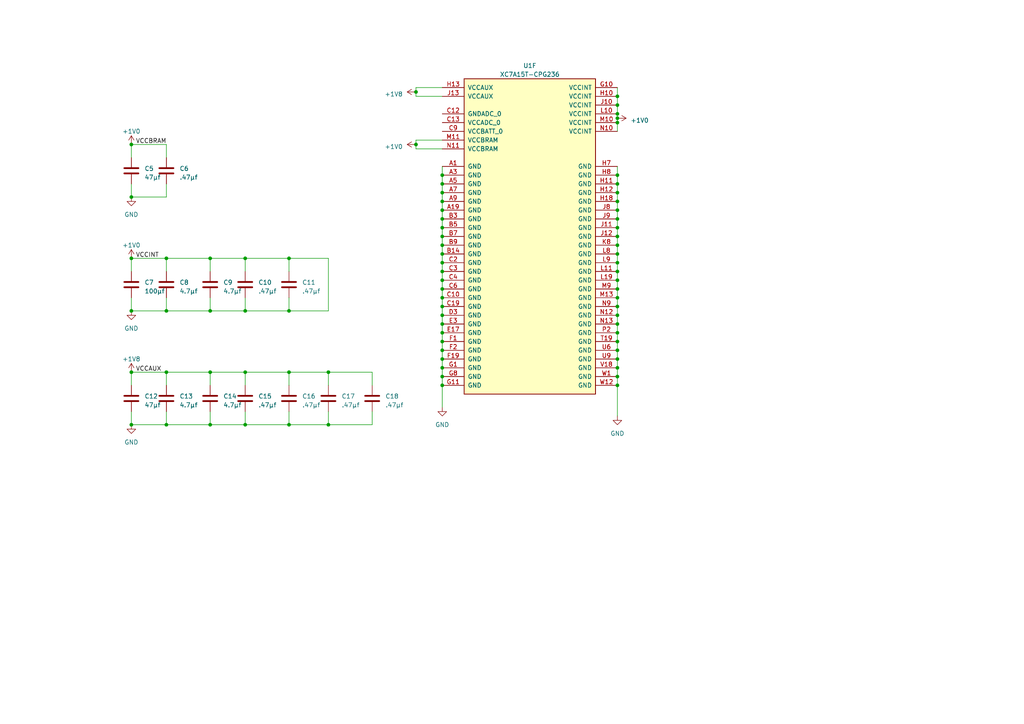
<source format=kicad_sch>
(kicad_sch (version 20230121) (generator eeschema)
  (paper "A4")
  (lib_symbols
    (symbol "Device:C" (pin_numbers hide) (pin_names (offset 0.254))
      (property "Reference" "C" (at 0.635 2.54 0))
      (property "Value" "C" (at 0.635 -2.54 0))
      (symbol "C_0_1"
        (polyline (pts (xy -2.032 -0.762) (xy 2.032 -0.762)) (stroke (width 0.508)))
        (polyline (pts (xy -2.032 0.762) (xy 2.032 0.762)) (stroke (width 0.508)))
      )
      (symbol "C_1_1"
        (pin passive line (at 0 3.81 270) (length 2.794) (name "~") (number "1"))
        (pin passive line (at 0 -3.81 90) (length 2.794) (name "~") (number "2"))
      )
    )
    (symbol "FPGA_Xilinx_Artix7:XC7A15T-CPG236" (pin_names (offset 1.016))
      (property "Reference" "U" (at 0 1.27 0))
      (property "Value" "XC7A15T-CPG236" (at 0 -1.27 0))
      (symbol "XC7A15T-CPG236_1_1"
        (rectangle (start -44.45 67.31) (end 44.45 -73.66) (stroke (width 0.254)) (fill (type background)))
        (pin bidirectional line (at 50.8 53.34 180) (length 6.35) (name "IO_L6P_T0_16") (number "A14"))
        (pin bidirectional line (at 50.8 50.8 180) (length 6.35) (name "IO_L6N_T0_VREF_16") (number "A15"))
        (pin bidirectional line (at 50.8 43.18 180) (length 6.35) (name "IO_L12P_T1_MRCC_16") (number "A16"))
        (pin bidirectional line (at 50.8 40.64 180) (length 6.35) (name "IO_L12N_T1_MRCC_16") (number "A17"))
        (pin bidirectional line (at 50.8 25.4 180) (length 6.35) (name "IO_L19N_T3_VREF_16") (number "A18"))
        (pin bidirectional line (at 50.8 45.72 180) (length 6.35) (name "IO_L11N_T1_SRCC_16") (number "B15"))
        (pin bidirectional line (at 50.8 35.56 180) (length 6.35) (name "IO_L13N_T2_MRCC_16") (number "B16"))
        (pin bidirectional line (at 50.8 30.48 180) (length 6.35) (name "IO_L14N_T2_SRCC_16") (number "B17"))
        (pin bidirectional line (at 50.8 27.94 180) (length 6.35) (name "IO_L19P_T3_16") (number "B18"))
        (pin power_in line (at 33.02 73.66 270) (length 6.35) (name "VCCO_16") (number "B19"))
        (pin power_in line (at 35.56 73.66 270) (length 6.35) (name "VCCO_16") (number "C14"))
        (pin bidirectional line (at 50.8 48.26 180) (length 6.35) (name "IO_L11P_T1_SRCC_16") (number "C15"))
        (pin bidirectional line (at 50.8 38.1 180) (length 6.35) (name "IO_L13P_T2_MRCC_16") (number "C16"))
        (pin bidirectional line (at 50.8 33.02 180) (length 6.35) (name "IO_L14P_T2_SRCC_16") (number "C17"))
        (pin power_in line (at 38.1 73.66 270) (length 6.35) (name "VCCO_16") (number "C18"))
        (pin bidirectional line (at -50.8 53.34 0) (length 6.35) (name "IO_0_14") (number "D17"))
        (pin bidirectional line (at -50.8 50.8 0) (length 6.35) (name "IO_L1P_T0_D00_MOSI_14") (number "D18"))
        (pin bidirectional line (at -50.8 48.26 0) (length 6.35) (name "IO_L1N_T0_D01_DIN_14") (number "D19"))
        (pin bidirectional line (at -50.8 40.64 0) (length 6.35) (name "IO_L3P_T0_DQS_PUDC_B_14") (number "E18"))
        (pin bidirectional line (at -50.8 38.1 0) (length 6.35) (name "IO_L3N_T0_DQS_EMCCLK_14") (number "E19"))
        (pin power_in line (at -40.64 73.66 270) (length 6.35) (name "VCCO_14") (number "F17"))
        (pin bidirectional line (at -50.8 43.18 0) (length 6.35) (name "IO_L2N_T0_D03_14") (number "F18"))
        (pin power_in line (at 40.64 73.66 270) (length 6.35) (name "VCCO_16") (number "G13"))
        (pin bidirectional line (at -50.8 27.94 0) (length 6.35) (name "IO_L5N_T0_D07_14") (number "G17"))
        (pin bidirectional line (at -50.8 45.72 0) (length 6.35) (name "IO_L2P_T0_D02_14") (number "G18"))
        (pin bidirectional line (at -50.8 33.02 0) (length 6.35) (name "IO_L4N_T0_D05_14") (number "G19"))
        (pin bidirectional line (at -50.8 30.48 0) (length 6.35) (name "IO_L5P_T0_D06_14") (number "H17"))
        (pin bidirectional line (at -50.8 35.56 0) (length 6.35) (name "IO_L4P_T0_D04_14") (number "H19"))
        (pin bidirectional line (at -50.8 20.32 0) (length 6.35) (name "IO_L7P_T1_D09_14") (number "J17"))
        (pin bidirectional line (at -50.8 17.78 0) (length 6.35) (name "IO_L7N_T1_D10_14") (number "J18"))
        (pin bidirectional line (at -50.8 22.86 0) (length 6.35) (name "IO_L6N_T0_D08_VREF_14") (number "J19"))
        (pin power_in line (at -38.1 73.66 270) (length 6.35) (name "VCCO_14") (number "K12"))
        (pin power_in line (at -35.56 73.66 270) (length 6.35) (name "VCCO_14") (number "K13"))
        (pin bidirectional line (at -50.8 -7.62 0) (length 6.35) (name "IO_L12N_T1_MRCC_14") (number "K17"))
        (pin bidirectional line (at -50.8 12.7 0) (length 6.35) (name "IO_L8N_T1_D12_14") (number "K18"))
        (pin bidirectional line (at -50.8 25.4 0) (length 6.35) (name "IO_L6P_T0_FCS_B_14") (number "K19"))
        (pin power_in line (at -33.02 73.66 270) (length 6.35) (name "VCCO_14") (number "L12"))
        (pin power_in line (at -30.48 73.66 270) (length 6.35) (name "VCCO_14") (number "L13"))
        (pin bidirectional line (at -50.8 -5.08 0) (length 6.35) (name "IO_L12P_T1_MRCC_14") (number "L17"))
        (pin bidirectional line (at -50.8 15.24 0) (length 6.35) (name "IO_L8P_T1_D11_14") (number "L18"))
        (pin power_in line (at -27.94 73.66 270) (length 6.35) (name "VCCO_14") (number "M12"))
        (pin power_in line (at -25.4 73.66 270) (length 6.35) (name "VCCO_14") (number "M17"))
        (pin bidirectional line (at -50.8 0 0) (length 6.35) (name "IO_L11P_T1_SRCC_14") (number "M18"))
        (pin bidirectional line (at -50.8 -2.54 0) (length 6.35) (name "IO_L11N_T1_SRCC_14") (number "M19"))
        (pin bidirectional line (at -50.8 -10.16 0) (length 6.35) (name "IO_L13P_T2_MRCC_14") (number "N17"))
        (pin bidirectional line (at -50.8 10.16 0) (length 6.35) (name "IO_L9P_T1_DQS_14") (number "N18"))
        (pin bidirectional line (at -50.8 7.62 0) (length 6.35) (name "IO_L9N_T1_DQS_D13_14") (number "N19"))
        (pin bidirectional line (at -50.8 -12.7 0) (length 6.35) (name "IO_L13N_T2_MRCC_14") (number "P17"))
        (pin bidirectional line (at -50.8 -15.24 0) (length 6.35) (name "IO_L14P_T2_SRCC_14") (number "P18"))
        (pin bidirectional line (at -50.8 5.08 0) (length 6.35) (name "IO_L10P_T1_D14_14") (number "P19"))
        (pin power_in line (at -22.86 73.66 270) (length 6.35) (name "VCCO_14") (number "R17"))
        (pin bidirectional line (at -50.8 -17.78 0) (length 6.35) (name "IO_L14N_T2_SRCC_14") (number "R18"))
        (pin bidirectional line (at -50.8 2.54 0) (length 6.35) (name "IO_L10N_T1_D15_14") (number "R19"))
        (pin bidirectional line (at -50.8 -30.48 0) (length 6.35) (name "IO_L17P_T2_A14_D30_14") (number "T17"))
        (pin bidirectional line (at -50.8 -33.02 0) (length 6.35) (name "IO_L17N_T2_A13_D29_14") (number "T18"))
        (pin power_in line (at -20.32 73.66 270) (length 6.35) (name "VCCO_14") (number "U13"))
        (pin bidirectional line (at -50.8 -71.12 0) (length 6.35) (name "IO_25_14") (number "U14"))
        (pin bidirectional line (at -50.8 -60.96 0) (length 6.35) (name "IO_L23P_T3_A03_D19_14") (number "U15"))
        (pin bidirectional line (at -50.8 -63.5 0) (length 6.35) (name "IO_L23N_T3_A02_D18_14") (number "U16"))
        (pin bidirectional line (at -50.8 -35.56 0) (length 6.35) (name "IO_L18P_T2_A12_D28_14") (number "U17"))
        (pin bidirectional line (at -50.8 -38.1 0) (length 6.35) (name "IO_L18N_T2_A11_D27_14") (number "U18"))
        (pin bidirectional line (at -50.8 -20.32 0) (length 6.35) (name "IO_L15P_T2_DQS_RDWR_B_14") (number "U19"))
        (pin bidirectional line (at -50.8 -66.04 0) (length 6.35) (name "IO_L24P_T3_A01_D17_14") (number "V13"))
        (pin bidirectional line (at -50.8 -68.58 0) (length 6.35) (name "IO_L24N_T3_A00_D16_14") (number "V14"))
        (pin bidirectional line (at -50.8 -50.8 0) (length 6.35) (name "IO_L21P_T3_DQS_14") (number "V15"))
        (pin bidirectional line (at -50.8 -40.64 0) (length 6.35) (name "IO_L19P_T3_A10_D26_14") (number "V16"))
        (pin bidirectional line (at -50.8 -43.18 0) (length 6.35) (name "IO_L19N_T3_A09_D25_VREF_14") (number "V17"))
        (pin bidirectional line (at -50.8 -22.86 0) (length 6.35) (name "IO_L15N_T2_DQS_DOUT_CSO_B_14") (number "V19"))
        (pin bidirectional line (at -50.8 -55.88 0) (length 6.35) (name "IO_L22P_T3_A05_D21_14") (number "W13"))
        (pin bidirectional line (at -50.8 -58.42 0) (length 6.35) (name "IO_L22N_T3_A04_D20_14") (number "W14"))
        (pin bidirectional line (at -50.8 -53.34 0) (length 6.35) (name "IO_L21N_T3_DQS_A06_D22_14") (number "W15"))
        (pin bidirectional line (at -50.8 -45.72 0) (length 6.35) (name "IO_L20P_T3_A08_D24_14") (number "W16"))
        (pin bidirectional line (at -50.8 -48.26 0) (length 6.35) (name "IO_L20N_T3_A07_D23_14") (number "W17"))
        (pin bidirectional line (at -50.8 -25.4 0) (length 6.35) (name "IO_L16P_T2_CSI_B_14") (number "W18"))
        (pin bidirectional line (at -50.8 -27.94 0) (length 6.35) (name "IO_L16N_T2_A15_D31_14") (number "W19"))
      )
      (symbol "XC7A15T-CPG236_2_1"
        (rectangle (start -44.45 34.29) (end 44.45 -40.64) (stroke (width 0.254)) (fill (type background)))
        (pin bidirectional line (at 50.8 17.78 180) (length 6.35) (name "IO_L1N_T0_AD4N_35") (number "G2"))
        (pin bidirectional line (at 50.8 20.32 180) (length 6.35) (name "IO_L1P_T0_AD4P_35") (number "G3"))
        (pin bidirectional line (at 50.8 10.16 180) (length 6.35) (name "IO_L3P_T0_DQS_AD5P_35") (number "H1"))
        (pin bidirectional line (at 50.8 15.24 180) (length 6.35) (name "IO_L2P_T0_AD12P_35") (number "H2"))
        (pin power_in line (at 27.94 40.64 270) (length 6.35) (name "VCCO_35") (number "H3"))
        (pin bidirectional line (at 50.8 7.62 180) (length 6.35) (name "IO_L3N_T0_DQS_AD5N_35") (number "J1"))
        (pin bidirectional line (at 50.8 12.7 180) (length 6.35) (name "IO_L2N_T0_AD12N_35") (number "J2"))
        (pin bidirectional line (at 50.8 -2.54 180) (length 6.35) (name "IO_L7P_T1_AD6P_35") (number "J3"))
        (pin power_in line (at 30.48 40.64 270) (length 6.35) (name "VCCO_35") (number "J7"))
        (pin power_in line (at 33.02 40.64 270) (length 6.35) (name "VCCO_35") (number "K1"))
        (pin bidirectional line (at 50.8 5.08 180) (length 6.35) (name "IO_L5P_T0_AD13P_35") (number "K2"))
        (pin bidirectional line (at 50.8 -5.08 180) (length 6.35) (name "IO_L7N_T1_AD6N_35") (number "K3"))
        (pin power_in line (at 35.56 40.64 270) (length 6.35) (name "VCCO_35") (number "K7"))
        (pin bidirectional line (at 50.8 0 180) (length 6.35) (name "IO_L6N_T0_VREF_35") (number "L1"))
        (pin bidirectional line (at 50.8 2.54 180) (length 6.35) (name "IO_L5N_T0_AD13N_35") (number "L2"))
        (pin bidirectional line (at 50.8 -7.62 180) (length 6.35) (name "IO_L8P_T1_AD14P_35") (number "L3"))
        (pin power_in line (at 38.1 40.64 270) (length 6.35) (name "VCCO_35") (number "L7"))
        (pin bidirectional line (at 50.8 -15.24 180) (length 6.35) (name "IO_L9N_T1_DQS_AD7N_35") (number "M1"))
        (pin bidirectional line (at 50.8 -12.7 180) (length 6.35) (name "IO_L9P_T1_DQS_AD7P_35") (number "M2"))
        (pin bidirectional line (at 50.8 -10.16 180) (length 6.35) (name "IO_L8N_T1_AD14N_35") (number "M3"))
        (pin power_in line (at 40.64 40.64 270) (length 6.35) (name "VCCO_35") (number "M7"))
        (pin power_in line (at -40.64 40.64 270) (length 6.35) (name "VCCO_34") (number "M8"))
        (pin bidirectional line (at 50.8 -20.32 180) (length 6.35) (name "IO_L10N_T1_AD15N_35") (number "N1"))
        (pin bidirectional line (at 50.8 -17.78 180) (length 6.35) (name "IO_L10P_T1_AD15P_35") (number "N2"))
        (pin bidirectional line (at 50.8 -22.86 180) (length 6.35) (name "IO_L12P_T1_MRCC_35") (number "N3"))
        (pin power_in line (at -38.1 40.64 270) (length 6.35) (name "VCCO_34") (number "N7"))
        (pin power_in line (at -35.56 40.64 270) (length 6.35) (name "VCCO_34") (number "N8"))
        (pin bidirectional line (at 50.8 -27.94 180) (length 6.35) (name "IO_L19N_T3_VREF_35") (number "P1"))
        (pin bidirectional line (at 50.8 -25.4 180) (length 6.35) (name "IO_L12N_T1_MRCC_35") (number "P3"))
        (pin power_in line (at -33.02 40.64 270) (length 6.35) (name "VCCO_34") (number "R1"))
        (pin bidirectional line (at -50.8 20.32 0) (length 6.35) (name "IO_L1P_T0_34") (number "R2"))
        (pin bidirectional line (at -50.8 15.24 0) (length 6.35) (name "IO_L2P_T0_34") (number "R3"))
        (pin bidirectional line (at -50.8 10.16 0) (length 6.35) (name "IO_L3P_T0_DQS_34") (number "T1"))
        (pin bidirectional line (at -50.8 17.78 0) (length 6.35) (name "IO_L1N_T0_34") (number "T2"))
        (pin bidirectional line (at -50.8 12.7 0) (length 6.35) (name "IO_L2N_T0_34") (number "T3"))
        (pin bidirectional line (at -50.8 7.62 0) (length 6.35) (name "IO_L3N_T0_DQS_34") (number "U1"))
        (pin bidirectional line (at -50.8 -7.62 0) (length 6.35) (name "IO_L9N_T1_DQS_34") (number "U2"))
        (pin bidirectional line (at -50.8 -5.08 0) (length 6.35) (name "IO_L9P_T1_DQS_34") (number "U3"))
        (pin bidirectional line (at -50.8 -10.16 0) (length 6.35) (name "IO_L11P_T1_SRCC_34") (number "U4"))
        (pin bidirectional line (at -50.8 -30.48 0) (length 6.35) (name "IO_L16P_T2_34") (number "U5"))
        (pin bidirectional line (at -50.8 -35.56 0) (length 6.35) (name "IO_L19P_T3_34") (number "U7"))
        (pin bidirectional line (at -50.8 -25.4 0) (length 6.35) (name "IO_L14P_T2_SRCC_34") (number "U8"))
        (pin power_in line (at -30.48 40.64 270) (length 6.35) (name "VCCO_34") (number "V1"))
        (pin bidirectional line (at -50.8 5.08 0) (length 6.35) (name "IO_L5P_T0_34") (number "V2"))
        (pin bidirectional line (at -50.8 0 0) (length 6.35) (name "IO_L6P_T0_34") (number "V3"))
        (pin bidirectional line (at -50.8 -12.7 0) (length 6.35) (name "IO_L11N_T1_SRCC_34") (number "V4"))
        (pin bidirectional line (at -50.8 -33.02 0) (length 6.35) (name "IO_L16N_T2_34") (number "V5"))
        (pin power_in line (at -27.94 40.64 270) (length 6.35) (name "VCCO_34") (number "V6"))
        (pin bidirectional line (at -50.8 -38.1 0) (length 6.35) (name "IO_L19N_T3_VREF_34") (number "V7"))
        (pin bidirectional line (at -50.8 -27.94 0) (length 6.35) (name "IO_L14N_T2_SRCC_34") (number "V8"))
        (pin bidirectional line (at -50.8 2.54 0) (length 6.35) (name "IO_L5N_T0_34") (number "W2"))
        (pin bidirectional line (at -50.8 -2.54 0) (length 6.35) (name "IO_L6N_T0_VREF_34") (number "W3"))
        (pin bidirectional line (at -50.8 -17.78 0) (length 6.35) (name "IO_L12N_T1_MRCC_34") (number "W4"))
        (pin bidirectional line (at -50.8 -15.24 0) (length 6.35) (name "IO_L12P_T1_MRCC_34") (number "W5"))
        (pin bidirectional line (at -50.8 -22.86 0) (length 6.35) (name "IO_L13N_T2_MRCC_34") (number "W6"))
        (pin bidirectional line (at -50.8 -20.32 0) (length 6.35) (name "IO_L13P_T2_MRCC_34") (number "W7"))
      )
      (symbol "XC7A15T-CPG236_3_1"
        (rectangle (start -31.75 20.32) (end 31.75 -20.32) (stroke (width 0.254)) (fill (type background)))
        (pin bidirectional line (at -38.1 -15.24 0) (length 6.35) (name "MGTREFCLK1N_216") (number "A10"))
        (pin bidirectional line (at -38.1 10.16 0) (length 6.35) (name "MGTPTXN1_216") (number "A2"))
        (pin bidirectional line (at -38.1 2.54 0) (length 6.35) (name "MGTPRXN0_216") (number "A4"))
        (pin bidirectional line (at -38.1 -2.54 0) (length 6.35) (name "MGTPRXN1_216") (number "A6"))
        (pin bidirectional line (at -38.1 -10.16 0) (length 6.35) (name "MGTREFCLK0N_216") (number "A8"))
        (pin bidirectional line (at -38.1 -12.7 0) (length 6.35) (name "MGTREFCLK1P_216") (number "B10"))
        (pin bidirectional line (at -38.1 12.7 0) (length 6.35) (name "MGTPTXP1_216") (number "B2"))
        (pin bidirectional line (at -38.1 5.08 0) (length 6.35) (name "MGTPRXP0_216") (number "B4"))
        (pin bidirectional line (at -38.1 0 0) (length 6.35) (name "MGTPRXP1_216") (number "B6"))
        (pin bidirectional line (at -38.1 -7.62 0) (length 6.35) (name "MGTREFCLK0P_216") (number "B8"))
        (pin bidirectional line (at -38.1 15.24 0) (length 6.35) (name "MGTPTXN0_216") (number "D1"))
        (pin bidirectional line (at -38.1 17.78 0) (length 6.35) (name "MGTPTXP0_216") (number "D2"))
      )
      (symbol "XC7A15T-CPG236_4_1"
        (rectangle (start -31.75 10.16) (end 31.75 -10.16) (stroke (width 0.254)) (fill (type background)))
        (pin power_in line (at 38.1 7.62 180) (length 6.35) (name "MGTAVTT") (number "B1"))
        (pin power_in line (at -38.1 7.62 0) (length 6.35) (name "MGTAVCC") (number "C1"))
        (pin power_in line (at 38.1 5.08 180) (length 6.35) (name "MGTAVTT") (number "C5"))
        (pin power_in line (at 38.1 -5.08 180) (length 6.35) (name "MGTRREF_216") (number "C7"))
        (pin power_in line (at -38.1 5.08 0) (length 6.35) (name "MGTAVCC") (number "E1"))
        (pin power_in line (at 38.1 2.54 180) (length 6.35) (name "MGTAVTT") (number "E2"))
        (pin power_in line (at -38.1 2.54 0) (length 6.35) (name "MGTAVCC") (number "F3"))
        (pin power_in line (at 38.1 0 180) (length 6.35) (name "MGTAVTT") (number "G7"))
        (pin power_in line (at -38.1 0 0) (length 6.35) (name "MGTAVCC") (number "G9"))
        (pin power_in line (at -38.1 -2.54 0) (length 6.35) (name "MGTAVCC") (number "H9"))
      )
      (symbol "XC7A15T-CPG236_5_1"
        (rectangle (start -31.75 34.29) (end 31.75 -40.64) (stroke (width 0.254)) (fill (type background)))
        (pin bidirectional line (at 38.1 -35.56 180) (length 6.35) (name "DXP_0") (number "A11"))
        (pin bidirectional line (at 38.1 -20.32 180) (length 6.35) (name "VP_0") (number "A12"))
        (pin bidirectional line (at 38.1 -30.48 180) (length 6.35) (name "VREFN_0") (number "A13"))
        (pin bidirectional line (at 38.1 -38.1 180) (length 6.35) (name "DXN_0") (number "B11"))
        (pin bidirectional line (at 38.1 -27.94 180) (length 6.35) (name "VREFP_0") (number "B12"))
        (pin bidirectional line (at 38.1 -22.86 180) (length 6.35) (name "VN_0") (number "B13"))
        (pin bidirectional line (at 38.1 7.62 180) (length 6.35) (name "CCLK_0") (number "C11"))
        (pin bidirectional line (at 38.1 12.7 180) (length 6.35) (name "TCK_0") (number "C8"))
        (pin power_in line (at 25.4 40.64 270) (length 6.35) (name "VCCO_0") (number "G12"))
        (pin bidirectional line (at 38.1 0 180) (length 6.35) (name "M2_0") (number "U10"))
        (pin bidirectional line (at 38.1 -7.62 180) (length 6.35) (name "INIT_B_0") (number "U11"))
        (pin bidirectional line (at 38.1 -5.08 180) (length 6.35) (name "DONE_0") (number "U12"))
        (pin bidirectional line (at 38.1 -10.16 180) (length 6.35) (name "PROGRAM_B_0") (number "V10"))
        (pin bidirectional line (at 38.1 -15.24 180) (length 6.35) (name "CFGBVS_0") (number "V11"))
        (pin bidirectional line (at 38.1 5.08 180) (length 6.35) (name "M0_0") (number "V12"))
        (pin power_in line (at 27.94 40.64 270) (length 6.35) (name "VCCO_0") (number "V9"))
        (pin bidirectional line (at 38.1 20.32 180) (length 6.35) (name "TDI_0") (number "W10"))
        (pin bidirectional line (at 38.1 2.54 180) (length 6.35) (name "M1_0") (number "W11"))
        (pin bidirectional line (at 38.1 17.78 180) (length 6.35) (name "TDO_0") (number "W8"))
        (pin bidirectional line (at 38.1 15.24 180) (length 6.35) (name "TMS_0") (number "W9"))
      )
      (symbol "XC7A15T-CPG236_6_1"
        (rectangle (start -19.05 45.72) (end 19.05 -45.72) (stroke (width 0.254)) (fill (type background)))
        (pin power_in line (at -25.4 20.32 0) (length 6.35) (name "GND") (number "A1"))
        (pin power_in line (at -25.4 7.62 0) (length 6.35) (name "GND") (number "A19"))
        (pin power_in line (at -25.4 17.78 0) (length 6.35) (name "GND") (number "A3"))
        (pin power_in line (at -25.4 15.24 0) (length 6.35) (name "GND") (number "A5"))
        (pin power_in line (at -25.4 12.7 0) (length 6.35) (name "GND") (number "A7"))
        (pin power_in line (at -25.4 10.16 0) (length 6.35) (name "GND") (number "A9"))
        (pin power_in line (at -25.4 -5.08 0) (length 6.35) (name "GND") (number "B14"))
        (pin power_in line (at -25.4 5.08 0) (length 6.35) (name "GND") (number "B3"))
        (pin power_in line (at -25.4 2.54 0) (length 6.35) (name "GND") (number "B5"))
        (pin power_in line (at -25.4 0 0) (length 6.35) (name "GND") (number "B7"))
        (pin power_in line (at -25.4 -2.54 0) (length 6.35) (name "GND") (number "B9"))
        (pin power_in line (at -25.4 -17.78 0) (length 6.35) (name "GND") (number "C10"))
        (pin power_in line (at -25.4 35.56 0) (length 6.35) (name "GNDADC_0") (number "C12"))
        (pin power_in line (at -25.4 33.02 0) (length 6.35) (name "VCCADC_0") (number "C13"))
        (pin power_in line (at -25.4 -20.32 0) (length 6.35) (name "GND") (number "C19"))
        (pin power_in line (at -25.4 -7.62 0) (length 6.35) (name "GND") (number "C2"))
        (pin power_in line (at -25.4 -10.16 0) (length 6.35) (name "GND") (number "C3"))
        (pin power_in line (at -25.4 -12.7 0) (length 6.35) (name "GND") (number "C4"))
        (pin power_in line (at -25.4 -15.24 0) (length 6.35) (name "GND") (number "C6"))
        (pin power_in line (at -25.4 30.48 0) (length 6.35) (name "VCCBATT_0") (number "C9"))
        (pin power_in line (at -25.4 -22.86 0) (length 6.35) (name "GND") (number "D3"))
        (pin power_in line (at -25.4 -27.94 0) (length 6.35) (name "GND") (number "E17"))
        (pin power_in line (at -25.4 -25.4 0) (length 6.35) (name "GND") (number "E3"))
        (pin power_in line (at -25.4 -30.48 0) (length 6.35) (name "GND") (number "F1"))
        (pin power_in line (at -25.4 -35.56 0) (length 6.35) (name "GND") (number "F19"))
        (pin power_in line (at -25.4 -33.02 0) (length 6.35) (name "GND") (number "F2"))
        (pin power_in line (at -25.4 -38.1 0) (length 6.35) (name "GND") (number "G1"))
        (pin power_in line (at 25.4 43.18 180) (length 6.35) (name "VCCINT") (number "G10"))
        (pin power_in line (at -25.4 -43.18 0) (length 6.35) (name "GND") (number "G11"))
        (pin power_in line (at -25.4 -40.64 0) (length 6.35) (name "GND") (number "G8"))
        (pin power_in line (at 25.4 40.64 180) (length 6.35) (name "VCCINT") (number "H10"))
        (pin power_in line (at 25.4 15.24 180) (length 6.35) (name "GND") (number "H11"))
        (pin power_in line (at 25.4 12.7 180) (length 6.35) (name "GND") (number "H12"))
        (pin power_in line (at -25.4 43.18 0) (length 6.35) (name "VCCAUX") (number "H13"))
        (pin power_in line (at 25.4 10.16 180) (length 6.35) (name "GND") (number "H18"))
        (pin power_in line (at 25.4 20.32 180) (length 6.35) (name "GND") (number "H7"))
        (pin power_in line (at 25.4 17.78 180) (length 6.35) (name "GND") (number "H8"))
        (pin power_in line (at 25.4 38.1 180) (length 6.35) (name "VCCINT") (number "J10"))
        (pin power_in line (at 25.4 2.54 180) (length 6.35) (name "GND") (number "J11"))
        (pin power_in line (at 25.4 0 180) (length 6.35) (name "GND") (number "J12"))
        (pin power_in line (at -25.4 40.64 0) (length 6.35) (name "VCCAUX") (number "J13"))
        (pin power_in line (at 25.4 7.62 180) (length 6.35) (name "GND") (number "J8"))
        (pin power_in line (at 25.4 5.08 180) (length 6.35) (name "GND") (number "J9"))
        (pin power_in line (at 25.4 -2.54 180) (length 6.35) (name "GND") (number "K8"))
        (pin power_in line (at 25.4 35.56 180) (length 6.35) (name "VCCINT") (number "L10"))
        (pin power_in line (at 25.4 -10.16 180) (length 6.35) (name "GND") (number "L11"))
        (pin power_in line (at 25.4 -12.7 180) (length 6.35) (name "GND") (number "L19"))
        (pin power_in line (at 25.4 -5.08 180) (length 6.35) (name "GND") (number "L8"))
        (pin power_in line (at 25.4 -7.62 180) (length 6.35) (name "GND") (number "L9"))
        (pin power_in line (at 25.4 33.02 180) (length 6.35) (name "VCCINT") (number "M10"))
        (pin power_in line (at -25.4 27.94 0) (length 6.35) (name "VCCBRAM") (number "M11"))
        (pin power_in line (at 25.4 -17.78 180) (length 6.35) (name "GND") (number "M13"))
        (pin power_in line (at 25.4 -15.24 180) (length 6.35) (name "GND") (number "M9"))
        (pin power_in line (at 25.4 30.48 180) (length 6.35) (name "VCCINT") (number "N10"))
        (pin power_in line (at -25.4 25.4 0) (length 6.35) (name "VCCBRAM") (number "N11"))
        (pin power_in line (at 25.4 -22.86 180) (length 6.35) (name "GND") (number "N12"))
        (pin power_in line (at 25.4 -25.4 180) (length 6.35) (name "GND") (number "N13"))
        (pin power_in line (at 25.4 -20.32 180) (length 6.35) (name "GND") (number "N9"))
        (pin power_in line (at 25.4 -27.94 180) (length 6.35) (name "GND") (number "P2"))
        (pin power_in line (at 25.4 -30.48 180) (length 6.35) (name "GND") (number "T19"))
        (pin power_in line (at 25.4 -33.02 180) (length 6.35) (name "GND") (number "U6"))
        (pin power_in line (at 25.4 -35.56 180) (length 6.35) (name "GND") (number "U9"))
        (pin power_in line (at 25.4 -38.1 180) (length 6.35) (name "GND") (number "V18"))
        (pin power_in line (at 25.4 -40.64 180) (length 6.35) (name "GND") (number "W1"))
        (pin power_in line (at 25.4 -43.18 180) (length 6.35) (name "GND") (number "W12"))
      )
    )
    (symbol "power:+1V0" (power) (pin_names (offset 0))
      (property "Value" "+1V0" (at 0 3.556 0))
      (symbol "+1V0_0_1"
        (polyline (pts (xy -0.762 1.27) (xy 0 2.54)))
        (polyline (pts (xy 0 0) (xy 0 2.54)))
        (polyline (pts (xy 0 2.54) (xy 0.762 1.27)))
      )
      (symbol "+1V0_1_1"
        (pin power_in line (at 0 0 90) (length 0) hide (name "+1V0") (number "1"))
      )
    )
    (symbol "power:+1V8" (power) (pin_names (offset 0))
      (property "Value" "+1V8" (at 0 3.556 0))
      (symbol "+1V8_0_1"
        (polyline (pts (xy -0.762 1.27) (xy 0 2.54)))
        (polyline (pts (xy 0 0) (xy 0 2.54)))
        (polyline (pts (xy 0 2.54) (xy 0.762 1.27)))
      )
      (symbol "+1V8_1_1"
        (pin power_in line (at 0 0 90) (length 0) hide (name "+1V8") (number "1"))
      )
    )
    (symbol "power:GND" (power) (pin_names (offset 0))
      (property "Value" "GND" (at 0 -3.81 0))
      (symbol "GND_0_1"
        (polyline (pts (xy 0 0) (xy 0 -1.27) (xy 1.27 -1.27) (xy 0 -2.54) (xy -1.27 -1.27) (xy 0 -1.27)))
      )
      (symbol "GND_1_1"
        (pin power_in line (at 0 0 270) (length 0) hide (name "GND") (number "1"))
      )
    )
  )
  (junction (at 60.96 107.95))
  (junction (at 179.07 111.76))
  (junction (at 38.1 90.17))
  (junction (at 83.82 74.93))
  (junction (at 179.07 99.06))
  (junction (at 38.1 123.19))
  (junction (at 179.07 35.56))
  (junction (at 179.07 58.42))
  (junction (at 128.27 109.22))
  (junction (at 83.82 90.17))
  (junction (at 179.07 78.74))
  (junction (at 128.27 53.34))
  (junction (at 83.82 107.95))
  (junction (at 48.26 107.95))
  (junction (at 179.07 53.34))
  (junction (at 179.07 27.94))
  (junction (at 179.07 71.12))
  (junction (at 179.07 96.52))
  (junction (at 128.27 68.58))
  (junction (at 71.12 74.93))
  (junction (at 179.07 91.44))
  (junction (at 128.27 83.82))
  (junction (at 38.1 107.95))
  (junction (at 179.07 83.82))
  (junction (at 128.27 96.52))
  (junction (at 48.26 90.17))
  (junction (at 128.27 50.8))
  (junction (at 38.1 57.15))
  (junction (at 38.1 41.91))
  (junction (at 179.07 109.22))
  (junction (at 128.27 99.06))
  (junction (at 38.1 74.93))
  (junction (at 179.07 101.6))
  (junction (at 128.27 101.6))
  (junction (at 128.27 58.42))
  (junction (at 83.82 123.19))
  (junction (at 128.27 106.68))
  (junction (at 60.96 123.19))
  (junction (at 128.27 104.14))
  (junction (at 120.65 26.67))
  (junction (at 179.07 63.5))
  (junction (at 128.27 63.5))
  (junction (at 179.07 86.36))
  (junction (at 179.07 30.48))
  (junction (at 48.26 123.19))
  (junction (at 179.07 68.58))
  (junction (at 48.26 74.93))
  (junction (at 128.27 71.12))
  (junction (at 128.27 81.28))
  (junction (at 128.27 66.04))
  (junction (at 128.27 91.44))
  (junction (at 128.27 73.66))
  (junction (at 128.27 76.2))
  (junction (at 179.07 104.14))
  (junction (at 95.25 123.19))
  (junction (at 128.27 88.9))
  (junction (at 179.07 66.04))
  (junction (at 179.07 73.66))
  (junction (at 179.07 33.02))
  (junction (at 95.25 107.95))
  (junction (at 120.65 41.91))
  (junction (at 179.07 88.9))
  (junction (at 179.07 76.2))
  (junction (at 71.12 123.19))
  (junction (at 128.27 55.88))
  (junction (at 179.07 50.8))
  (junction (at 71.12 90.17))
  (junction (at 179.07 93.98))
  (junction (at 128.27 111.76))
  (junction (at 179.07 81.28))
  (junction (at 179.07 106.68))
  (junction (at 179.07 34.29))
  (junction (at 71.12 107.95))
  (junction (at 128.27 86.36))
  (junction (at 179.07 55.88))
  (junction (at 128.27 78.74))
  (junction (at 128.27 60.96))
  (junction (at 60.96 90.17))
  (junction (at 179.07 60.96))
  (junction (at 128.27 93.98))
  (junction (at 60.96 74.93))
  (wire (pts (xy 38.1 78.74) (xy 38.1 74.93)))
  (wire (pts (xy 179.07 111.76) (xy 179.07 120.65)))
  (wire (pts (xy 107.95 107.95) (xy 95.25 107.95)))
  (wire (pts (xy 128.27 106.68) (xy 128.27 109.22)))
  (wire (pts (xy 128.27 73.66) (xy 128.27 76.2)))
  (wire (pts (xy 179.07 35.56) (xy 179.07 38.1)))
  (wire (pts (xy 179.07 109.22) (xy 179.07 111.76)))
  (wire (pts (xy 95.25 90.17) (xy 83.82 90.17)))
  (wire (pts (xy 179.07 68.58) (xy 179.07 71.12)))
  (wire (pts (xy 83.82 107.95) (xy 83.82 111.76)))
  (wire (pts (xy 179.07 58.42) (xy 179.07 60.96)))
  (wire (pts (xy 83.82 119.38) (xy 83.82 123.19)))
  (wire (pts (xy 71.12 90.17) (xy 60.96 90.17)))
  (wire (pts (xy 128.27 58.42) (xy 128.27 60.96)))
  (wire (pts (xy 128.27 93.98) (xy 128.27 96.52)))
  (wire (pts (xy 38.1 111.76) (xy 38.1 107.95)))
  (wire (pts (xy 120.65 40.64) (xy 120.65 41.91)))
  (wire (pts (xy 38.1 45.72) (xy 38.1 41.91)))
  (wire (pts (xy 128.27 86.36) (xy 128.27 88.9)))
  (wire (pts (xy 60.96 107.95) (xy 71.12 107.95)))
  (wire (pts (xy 128.27 60.96) (xy 128.27 63.5)))
  (wire (pts (xy 179.07 76.2) (xy 179.07 78.74)))
  (wire (pts (xy 179.07 71.12) (xy 179.07 73.66)))
  (wire (pts (xy 83.82 107.95) (xy 95.25 107.95)))
  (wire (pts (xy 83.82 90.17) (xy 71.12 90.17)))
  (wire (pts (xy 83.82 74.93) (xy 83.82 78.74)))
  (wire (pts (xy 120.65 27.94) (xy 128.27 27.94)))
  (wire (pts (xy 48.26 74.93) (xy 60.96 74.93)))
  (wire (pts (xy 179.07 25.4) (xy 179.07 27.94)))
  (wire (pts (xy 71.12 74.93) (xy 83.82 74.93)))
  (wire (pts (xy 120.65 25.4) (xy 120.65 26.67)))
  (wire (pts (xy 179.07 63.5) (xy 179.07 66.04)))
  (wire (pts (xy 71.12 123.19) (xy 60.96 123.19)))
  (wire (pts (xy 48.26 107.95) (xy 48.26 111.76)))
  (wire (pts (xy 95.25 119.38) (xy 95.25 123.19)))
  (wire (pts (xy 128.27 40.64) (xy 120.65 40.64)))
  (wire (pts (xy 179.07 88.9) (xy 179.07 91.44)))
  (wire (pts (xy 179.07 83.82) (xy 179.07 86.36)))
  (wire (pts (xy 179.07 33.02) (xy 179.07 34.29)))
  (wire (pts (xy 83.82 123.19) (xy 71.12 123.19)))
  (wire (pts (xy 128.27 78.74) (xy 128.27 81.28)))
  (wire (pts (xy 179.07 106.68) (xy 179.07 109.22)))
  (wire (pts (xy 179.07 53.34) (xy 179.07 55.88)))
  (wire (pts (xy 179.07 86.36) (xy 179.07 88.9)))
  (wire (pts (xy 128.27 81.28) (xy 128.27 83.82)))
  (wire (pts (xy 120.65 26.67) (xy 120.65 27.94)))
  (wire (pts (xy 48.26 41.91) (xy 48.26 45.72)))
  (wire (pts (xy 83.82 74.93) (xy 95.25 74.93)))
  (wire (pts (xy 71.12 86.36) (xy 71.12 90.17)))
  (wire (pts (xy 71.12 107.95) (xy 71.12 111.76)))
  (wire (pts (xy 128.27 71.12) (xy 128.27 73.66)))
  (wire (pts (xy 71.12 107.95) (xy 83.82 107.95)))
  (wire (pts (xy 128.27 101.6) (xy 128.27 104.14)))
  (wire (pts (xy 48.26 74.93) (xy 48.26 78.74)))
  (wire (pts (xy 48.26 123.19) (xy 38.1 123.19)))
  (wire (pts (xy 128.27 99.06) (xy 128.27 101.6)))
  (wire (pts (xy 38.1 123.19) (xy 38.1 119.38)))
  (wire (pts (xy 128.27 55.88) (xy 128.27 58.42)))
  (wire (pts (xy 179.07 73.66) (xy 179.07 76.2)))
  (wire (pts (xy 83.82 86.36) (xy 83.82 90.17)))
  (wire (pts (xy 128.27 53.34) (xy 128.27 55.88)))
  (wire (pts (xy 60.96 86.36) (xy 60.96 90.17)))
  (wire (pts (xy 128.27 109.22) (xy 128.27 111.76)))
  (wire (pts (xy 128.27 96.52) (xy 128.27 99.06)))
  (wire (pts (xy 179.07 93.98) (xy 179.07 96.52)))
  (wire (pts (xy 179.07 99.06) (xy 179.07 101.6)))
  (wire (pts (xy 179.07 96.52) (xy 179.07 99.06)))
  (wire (pts (xy 60.96 74.93) (xy 71.12 74.93)))
  (wire (pts (xy 179.07 48.26) (xy 179.07 50.8)))
  (wire (pts (xy 120.65 43.18) (xy 128.27 43.18)))
  (wire (pts (xy 38.1 57.15) (xy 38.1 53.34)))
  (wire (pts (xy 120.65 41.91) (xy 120.65 43.18)))
  (wire (pts (xy 179.07 78.74) (xy 179.07 81.28)))
  (wire (pts (xy 48.26 119.38) (xy 48.26 123.19)))
  (wire (pts (xy 128.27 76.2) (xy 128.27 78.74)))
  (wire (pts (xy 179.07 27.94) (xy 179.07 30.48)))
  (wire (pts (xy 38.1 90.17) (xy 38.1 86.36)))
  (wire (pts (xy 71.12 119.38) (xy 71.12 123.19)))
  (wire (pts (xy 48.26 53.34) (xy 48.26 57.15)))
  (wire (pts (xy 179.07 55.88) (xy 179.07 58.42)))
  (wire (pts (xy 60.96 123.19) (xy 48.26 123.19)))
  (wire (pts (xy 95.25 107.95) (xy 95.25 111.76)))
  (wire (pts (xy 179.07 50.8) (xy 179.07 53.34)))
  (wire (pts (xy 179.07 91.44) (xy 179.07 93.98)))
  (wire (pts (xy 48.26 107.95) (xy 60.96 107.95)))
  (wire (pts (xy 107.95 119.38) (xy 107.95 123.19)))
  (wire (pts (xy 128.27 68.58) (xy 128.27 71.12)))
  (wire (pts (xy 179.07 104.14) (xy 179.07 106.68)))
  (wire (pts (xy 38.1 107.95) (xy 48.26 107.95)))
  (wire (pts (xy 38.1 41.91) (xy 48.26 41.91)))
  (wire (pts (xy 179.07 101.6) (xy 179.07 104.14)))
  (wire (pts (xy 128.27 50.8) (xy 128.27 53.34)))
  (wire (pts (xy 128.27 48.26) (xy 128.27 50.8)))
  (wire (pts (xy 95.25 74.93) (xy 95.25 90.17)))
  (wire (pts (xy 107.95 111.76) (xy 107.95 107.95)))
  (wire (pts (xy 128.27 111.76) (xy 128.27 118.11)))
  (wire (pts (xy 128.27 91.44) (xy 128.27 93.98)))
  (wire (pts (xy 128.27 63.5) (xy 128.27 66.04)))
  (wire (pts (xy 60.96 119.38) (xy 60.96 123.19)))
  (wire (pts (xy 71.12 74.93) (xy 71.12 78.74)))
  (wire (pts (xy 179.07 30.48) (xy 179.07 33.02)))
  (wire (pts (xy 179.07 34.29) (xy 179.07 35.56)))
  (wire (pts (xy 107.95 123.19) (xy 95.25 123.19)))
  (wire (pts (xy 38.1 74.93) (xy 48.26 74.93)))
  (wire (pts (xy 48.26 86.36) (xy 48.26 90.17)))
  (wire (pts (xy 60.96 90.17) (xy 48.26 90.17)))
  (wire (pts (xy 128.27 83.82) (xy 128.27 86.36)))
  (wire (pts (xy 128.27 66.04) (xy 128.27 68.58)))
  (wire (pts (xy 179.07 81.28) (xy 179.07 83.82)))
  (wire (pts (xy 128.27 88.9) (xy 128.27 91.44)))
  (wire (pts (xy 48.26 90.17) (xy 38.1 90.17)))
  (wire (pts (xy 179.07 66.04) (xy 179.07 68.58)))
  (wire (pts (xy 95.25 123.19) (xy 83.82 123.19)))
  (wire (pts (xy 60.96 74.93) (xy 60.96 78.74)))
  (wire (pts (xy 60.96 107.95) (xy 60.96 111.76)))
  (wire (pts (xy 48.26 57.15) (xy 38.1 57.15)))
  (wire (pts (xy 179.07 60.96) (xy 179.07 63.5)))
  (wire (pts (xy 128.27 25.4) (xy 120.65 25.4)))
  (wire (pts (xy 128.27 104.14) (xy 128.27 106.68)))
  (label "VCCINT" (at 39.37 74.93 0))
  (label "VCCAUX" (at 39.37 107.95 0))
  (label "VCCBRAM" (at 39.37 41.91 0))
  (symbol (lib_id "Device:C") (at 48.26 82.55 0) (unit 1)
    (property "Reference" "C8" (at 52.07 81.915 0) (effects (justify left)))
    (property "Value" "4.7µf" (at 52.07 84.455 0) (effects (justify left)))
  )
  (symbol (lib_id "Device:C") (at 71.12 115.57 0) (unit 1)
    (property "Reference" "C15" (at 74.93 114.935 0) (effects (justify left)))
    (property "Value" ".47µf" (at 74.93 117.475 0) (effects (justify left)))
  )
  (symbol (lib_id "Device:C") (at 38.1 82.55 0) (unit 1)
    (property "Reference" "C7" (at 41.91 81.915 0) (effects (justify left)))
    (property "Value" "100µf" (at 41.91 84.455 0) (effects (justify left)))
  )
  (symbol (lib_id "power:GND") (at 38.1 90.17 0) (unit 1)
    (property "Reference" "#PWR04" (effects hide))
    (property "Value" "GND" (at 38.1 95.25 0))
  )
  (symbol (lib_id "power:GND") (at 179.07 120.65 0) (unit 1)
    (property "Reference" "#PWR07" (effects hide))
    (property "Value" "GND" (at 179.07 125.73 0))
  )
  (symbol (lib_id "power:GND") (at 128.27 118.11 0) (unit 1)
    (property "Reference" "#PWR016" (effects hide))
    (property "Value" "GND" (at 128.27 123.19 0))
  )
  (symbol (lib_id "Device:C") (at 83.82 115.57 0) (unit 1)
    (property "Reference" "C16" (at 87.63 114.935 0) (effects (justify left)))
    (property "Value" ".47µf" (at 87.63 117.475 0) (effects (justify left)))
  )
  (symbol (lib_id "Device:C") (at 38.1 115.57 0) (unit 1)
    (property "Reference" "C12" (at 41.91 114.935 0) (effects (justify left)))
    (property "Value" "47µf" (at 41.91 117.475 0) (effects (justify left)))
  )
  (symbol (lib_id "power:+1V0") (at 179.07 34.29 270) (unit 1)
    (property "Reference" "#PWR019" (effects hide))
    (property "Value" "+1V0" (at 182.88 34.925 90) (effects (justify left)))
  )
  (symbol (lib_id "power:+1V0") (at 38.1 41.91 0) (unit 1)
    (property "Reference" "#PWR02" (effects hide))
    (property "Value" "+1V0" (at 38.1 38.1 0))
  )
  (symbol (lib_id "Device:C") (at 38.1 49.53 0) (unit 1)
    (property "Reference" "C5" (at 41.91 48.895 0) (effects (justify left)))
    (property "Value" "47µf" (at 41.91 51.435 0) (effects (justify left)))
  )
  (symbol (lib_id "Device:C") (at 48.26 49.53 0) (unit 1)
    (property "Reference" "C6" (at 52.07 48.895 0) (effects (justify left)))
    (property "Value" ".47µf" (at 52.07 51.435 0) (effects (justify left)))
  )
  (symbol (lib_id "Device:C") (at 95.25 115.57 0) (unit 1)
    (property "Reference" "C17" (at 99.06 114.935 0) (effects (justify left)))
    (property "Value" ".47µf" (at 99.06 117.475 0) (effects (justify left)))
  )
  (symbol (lib_id "Device:C") (at 48.26 115.57 0) (unit 1)
    (property "Reference" "C13" (at 52.07 114.935 0) (effects (justify left)))
    (property "Value" "4.7µf" (at 52.07 117.475 0) (effects (justify left)))
  )
  (symbol (lib_id "power:+1V8") (at 38.1 107.95 0) (unit 1)
    (property "Reference" "#PWR05" (effects hide))
    (property "Value" "+1V8" (at 38.1 104.14 0))
  )
  (symbol (lib_id "Device:C") (at 60.96 82.55 0) (unit 1)
    (property "Reference" "C9" (at 64.77 81.915 0) (effects (justify left)))
    (property "Value" "4.7µf" (at 64.77 84.455 0) (effects (justify left)))
  )
  (symbol (lib_id "power:GND") (at 38.1 123.19 0) (unit 1)
    (property "Reference" "#PWR06" (effects hide))
    (property "Value" "GND" (at 38.1 128.27 0))
  )
  (symbol (lib_id "Device:C") (at 107.95 115.57 0) (unit 1)
    (property "Reference" "C18" (at 111.76 114.935 0) (effects (justify left)))
    (property "Value" ".47µf" (at 111.76 117.475 0) (effects (justify left)))
  )
  (symbol (lib_id "power:+1V0") (at 120.65 41.91 90) (unit 1)
    (property "Reference" "#PWR017" (effects hide))
    (property "Value" "+1V0" (at 116.84 42.545 90) (effects (justify left)))
  )
  (symbol (lib_id "FPGA_Xilinx_Artix7:XC7A15T-CPG236") (at 153.67 68.58 0) (unit 6)
    (property "Reference" "U1" (at 153.67 19.05 0))
    (property "Value" "XC7A15T-CPG236" (at 153.67 21.59 0))
  )
  (symbol (lib_id "power:+1V0") (at 38.1 74.93 0) (unit 1)
    (property "Reference" "#PWR03" (effects hide))
    (property "Value" "+1V0" (at 38.1 71.12 0))
  )
  (symbol (lib_id "Device:C") (at 83.82 82.55 0) (unit 1)
    (property "Reference" "C11" (at 87.63 81.915 0) (effects (justify left)))
    (property "Value" ".47µf" (at 87.63 84.455 0) (effects (justify left)))
  )
  (symbol (lib_id "Device:C") (at 60.96 115.57 0) (unit 1)
    (property "Reference" "C14" (at 64.77 114.935 0) (effects (justify left)))
    (property "Value" "4.7µf" (at 64.77 117.475 0) (effects (justify left)))
  )
  (symbol (lib_id "power:GND") (at 38.1 57.15 0) (unit 1)
    (property "Reference" "#PWR01" (effects hide))
    (property "Value" "GND" (at 38.1 62.23 0))
  )
  (symbol (lib_id "power:+1V8") (at 120.65 26.67 90) (unit 1)
    (property "Reference" "#PWR018" (effects hide))
    (property "Value" "+1V8" (at 116.84 27.305 90) (effects (justify left)))
  )
  (symbol (lib_id "Device:C") (at 71.12 82.55 0) (unit 1)
    (property "Reference" "C10" (at 74.93 81.915 0) (effects (justify left)))
    (property "Value" ".47µf" (at 74.93 84.455 0) (effects (justify left)))
  )
)
</source>
